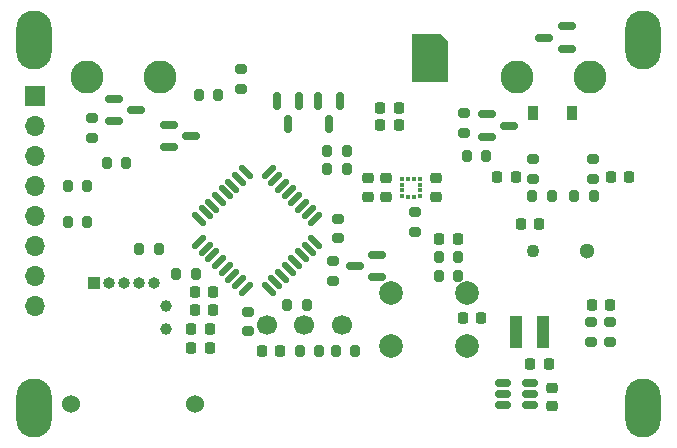
<source format=gbr>
%TF.GenerationSoftware,KiCad,Pcbnew,6.0.2-1.fc35*%
%TF.CreationDate,2022-05-31T23:37:55+02:00*%
%TF.ProjectId,LEDnode,4c45446e-6f64-4652-9e6b-696361645f70,rev?*%
%TF.SameCoordinates,Original*%
%TF.FileFunction,Soldermask,Bot*%
%TF.FilePolarity,Negative*%
%FSLAX46Y46*%
G04 Gerber Fmt 4.6, Leading zero omitted, Abs format (unit mm)*
G04 Created by KiCad (PCBNEW 6.0.2-1.fc35) date 2022-05-31 23:37:55*
%MOMM*%
%LPD*%
G01*
G04 APERTURE LIST*
G04 Aperture macros list*
%AMRoundRect*
0 Rectangle with rounded corners*
0 $1 Rounding radius*
0 $2 $3 $4 $5 $6 $7 $8 $9 X,Y pos of 4 corners*
0 Add a 4 corners polygon primitive as box body*
4,1,4,$2,$3,$4,$5,$6,$7,$8,$9,$2,$3,0*
0 Add four circle primitives for the rounded corners*
1,1,$1+$1,$2,$3*
1,1,$1+$1,$4,$5*
1,1,$1+$1,$6,$7*
1,1,$1+$1,$8,$9*
0 Add four rect primitives between the rounded corners*
20,1,$1+$1,$2,$3,$4,$5,0*
20,1,$1+$1,$4,$5,$6,$7,0*
20,1,$1+$1,$6,$7,$8,$9,0*
20,1,$1+$1,$8,$9,$2,$3,0*%
%AMOutline5P*
0 Free polygon, 5 corners , with rotation*
0 The origin of the aperture is its center*
0 number of corners: always 5*
0 $1 to $10 corner X, Y*
0 $11 Rotation angle, in degrees counterclockwise*
0 create outline with 5 corners*
4,1,5,$1,$2,$3,$4,$5,$6,$7,$8,$9,$10,$1,$2,$11*%
%AMOutline6P*
0 Free polygon, 6 corners , with rotation*
0 The origin of the aperture is its center*
0 number of corners: always 6*
0 $1 to $12 corner X, Y*
0 $13 Rotation angle, in degrees counterclockwise*
0 create outline with 6 corners*
4,1,6,$1,$2,$3,$4,$5,$6,$7,$8,$9,$10,$11,$12,$1,$2,$13*%
%AMOutline7P*
0 Free polygon, 7 corners , with rotation*
0 The origin of the aperture is its center*
0 number of corners: always 7*
0 $1 to $14 corner X, Y*
0 $15 Rotation angle, in degrees counterclockwise*
0 create outline with 7 corners*
4,1,7,$1,$2,$3,$4,$5,$6,$7,$8,$9,$10,$11,$12,$13,$14,$1,$2,$15*%
%AMOutline8P*
0 Free polygon, 8 corners , with rotation*
0 The origin of the aperture is its center*
0 number of corners: always 8*
0 $1 to $16 corner X, Y*
0 $17 Rotation angle, in degrees counterclockwise*
0 create outline with 8 corners*
4,1,8,$1,$2,$3,$4,$5,$6,$7,$8,$9,$10,$11,$12,$13,$14,$15,$16,$1,$2,$17*%
G04 Aperture macros list end*
%ADD10C,2.800000*%
%ADD11C,1.100000*%
%ADD12C,1.300000*%
%ADD13RoundRect,1.500000X0.000000X-1.000000X0.000000X-1.000000X0.000000X1.000000X0.000000X1.000000X0*%
%ADD14C,1.524000*%
%ADD15C,1.700000*%
%ADD16C,2.000000*%
%ADD17R,1.700000X1.700000*%
%ADD18O,1.700000X1.700000*%
%ADD19C,1.000000*%
%ADD20R,1.000000X1.000000*%
%ADD21O,1.000000X1.000000*%
%ADD22RoundRect,0.200000X0.275000X-0.200000X0.275000X0.200000X-0.275000X0.200000X-0.275000X-0.200000X0*%
%ADD23RoundRect,0.225000X0.225000X0.250000X-0.225000X0.250000X-0.225000X-0.250000X0.225000X-0.250000X0*%
%ADD24RoundRect,0.150000X0.587500X0.150000X-0.587500X0.150000X-0.587500X-0.150000X0.587500X-0.150000X0*%
%ADD25RoundRect,0.150000X-0.587500X-0.150000X0.587500X-0.150000X0.587500X0.150000X-0.587500X0.150000X0*%
%ADD26RoundRect,0.225000X-0.225000X-0.250000X0.225000X-0.250000X0.225000X0.250000X-0.225000X0.250000X0*%
%ADD27RoundRect,0.150000X-0.150000X0.587500X-0.150000X-0.587500X0.150000X-0.587500X0.150000X0.587500X0*%
%ADD28RoundRect,0.200000X0.200000X0.275000X-0.200000X0.275000X-0.200000X-0.275000X0.200000X-0.275000X0*%
%ADD29RoundRect,0.225000X0.250000X-0.225000X0.250000X0.225000X-0.250000X0.225000X-0.250000X-0.225000X0*%
%ADD30RoundRect,0.200000X-0.200000X-0.275000X0.200000X-0.275000X0.200000X0.275000X-0.200000X0.275000X0*%
%ADD31RoundRect,0.225000X-0.250000X0.225000X-0.250000X-0.225000X0.250000X-0.225000X0.250000X0.225000X0*%
%ADD32RoundRect,0.200000X-0.275000X0.200000X-0.275000X-0.200000X0.275000X-0.200000X0.275000X0.200000X0*%
%ADD33RoundRect,0.150000X0.512500X0.150000X-0.512500X0.150000X-0.512500X-0.150000X0.512500X-0.150000X0*%
%ADD34R,0.375000X0.350000*%
%ADD35R,0.350000X0.375000*%
%ADD36R,0.900000X1.200000*%
%ADD37Outline5P,-1.500000X2.000000X1.500000X2.000000X1.500000X-2.000000X-0.900000X-2.000000X-1.500000X-1.400000X180.000000*%
%ADD38R,1.000000X2.750000*%
%ADD39RoundRect,0.125000X-0.353553X-0.530330X0.530330X0.353553X0.353553X0.530330X-0.530330X-0.353553X0*%
%ADD40RoundRect,0.125000X0.353553X-0.530330X0.530330X-0.353553X-0.353553X0.530330X-0.530330X0.353553X0*%
G04 APERTURE END LIST*
D10*
%TO.C,J1*%
X82700000Y-74250000D03*
X88900000Y-74250000D03*
X119100000Y-74250000D03*
X125300000Y-74250000D03*
%TD*%
D11*
%TO.C,SW1*%
X120500000Y-89000000D03*
D12*
X125000000Y-89000000D03*
%TD*%
D13*
%TO.C,H4*%
X78200000Y-71200000D03*
%TD*%
D14*
%TO.C,C21*%
X81382500Y-102000000D03*
X91882500Y-102000000D03*
%TD*%
D13*
%TO.C,H3*%
X129800000Y-102300000D03*
%TD*%
D15*
%TO.C,SW2*%
X104300000Y-95300000D03*
X101100000Y-95300000D03*
X97900000Y-95300000D03*
%TD*%
D16*
%TO.C,SW3*%
X114900000Y-97100000D03*
X108400000Y-97100000D03*
X114900000Y-92600000D03*
X108400000Y-92600000D03*
%TD*%
D13*
%TO.C,H1*%
X129800000Y-71200000D03*
%TD*%
D17*
%TO.C,J4*%
X78300000Y-75900000D03*
D18*
X78300000Y-78440000D03*
X78300000Y-80980000D03*
X78300000Y-83520000D03*
X78300000Y-86060000D03*
X78300000Y-88600000D03*
X78300000Y-91140000D03*
X78300000Y-93680000D03*
%TD*%
D19*
%TO.C,Y1*%
X89350000Y-93700000D03*
X89350000Y-95600000D03*
%TD*%
D20*
%TO.C,J2*%
X83310000Y-91750000D03*
D21*
X84580000Y-91750000D03*
X85850000Y-91750000D03*
X87120000Y-91750000D03*
X88390000Y-91750000D03*
%TD*%
D13*
%TO.C,H2*%
X78200000Y-102300000D03*
%TD*%
D22*
%TO.C,R10*%
X125500000Y-82925000D03*
X125500000Y-81275000D03*
%TD*%
D23*
%TO.C,C7*%
X93375000Y-94000000D03*
X91825000Y-94000000D03*
%TD*%
%TO.C,C8*%
X93075000Y-97200000D03*
X91525000Y-97200000D03*
%TD*%
D24*
%TO.C,Q5*%
X123300000Y-70000000D03*
X123300000Y-71900000D03*
X121425000Y-70950000D03*
%TD*%
D23*
%TO.C,C6*%
X93375000Y-92500000D03*
X91825000Y-92500000D03*
%TD*%
D25*
%TO.C,Q1*%
X89662500Y-80250000D03*
X89662500Y-78350000D03*
X91537500Y-79300000D03*
%TD*%
D26*
%TO.C,C17*%
X127025000Y-82800000D03*
X128575000Y-82800000D03*
%TD*%
D27*
%TO.C,Q2*%
X98750000Y-76362500D03*
X100650000Y-76362500D03*
X99700000Y-78237500D03*
%TD*%
D28*
%TO.C,R18*%
X93825000Y-75800000D03*
X92175000Y-75800000D03*
%TD*%
D23*
%TO.C,C15*%
X120975000Y-86700000D03*
X119425000Y-86700000D03*
%TD*%
D29*
%TO.C,C3*%
X122100000Y-102175000D03*
X122100000Y-100625000D03*
%TD*%
D30*
%TO.C,R17*%
X81075000Y-83500000D03*
X82725000Y-83500000D03*
%TD*%
D31*
%TO.C,C14*%
X108025000Y-82875000D03*
X108025000Y-84425000D03*
%TD*%
D22*
%TO.C,R11*%
X120500000Y-82925000D03*
X120500000Y-81275000D03*
%TD*%
D26*
%TO.C,C19*%
X112525000Y-88000000D03*
X114075000Y-88000000D03*
%TD*%
D28*
%TO.C,R1*%
X122050000Y-84400000D03*
X120400000Y-84400000D03*
%TD*%
D22*
%TO.C,R15*%
X127000000Y-96725000D03*
X127000000Y-95075000D03*
%TD*%
D24*
%TO.C,Q4*%
X107237500Y-89350000D03*
X107237500Y-91250000D03*
X105362500Y-90300000D03*
%TD*%
D31*
%TO.C,C13*%
X106525000Y-82875000D03*
X106525000Y-84425000D03*
%TD*%
D26*
%TO.C,C16*%
X117450000Y-82800000D03*
X119000000Y-82800000D03*
%TD*%
D28*
%TO.C,R6*%
X114125000Y-91100000D03*
X112475000Y-91100000D03*
%TD*%
D23*
%TO.C,C1*%
X116100000Y-94700000D03*
X114550000Y-94700000D03*
%TD*%
D32*
%TO.C,R27*%
X83150000Y-77775000D03*
X83150000Y-79425000D03*
%TD*%
D33*
%TO.C,U4*%
X120175000Y-100200000D03*
X120175000Y-101150000D03*
X120175000Y-102100000D03*
X117900000Y-102100000D03*
X117900000Y-101150000D03*
X117900000Y-100200000D03*
%TD*%
D30*
%TO.C,R7*%
X123975000Y-84400000D03*
X125625000Y-84400000D03*
%TD*%
D28*
%TO.C,R21*%
X104675000Y-82050000D03*
X103025000Y-82050000D03*
%TD*%
D23*
%TO.C,C9*%
X93075000Y-95600000D03*
X91525000Y-95600000D03*
%TD*%
%TO.C,C11*%
X109087011Y-76875000D03*
X107537011Y-76875000D03*
%TD*%
D30*
%TO.C,R16*%
X81075000Y-86600000D03*
X82725000Y-86600000D03*
%TD*%
D32*
%TO.C,R25*%
X103950000Y-86275000D03*
X103950000Y-87925000D03*
%TD*%
D25*
%TO.C,Q6*%
X116525000Y-79350000D03*
X116525000Y-77450000D03*
X118400000Y-78400000D03*
%TD*%
D34*
%TO.C,U6*%
X110887500Y-82900000D03*
X110887500Y-83400000D03*
X110887500Y-83900000D03*
X110887500Y-84400000D03*
D35*
X110375000Y-84412500D03*
X109875000Y-84412500D03*
D34*
X109362500Y-84400000D03*
X109362500Y-83900000D03*
X109362500Y-83400000D03*
X109362500Y-82900000D03*
D35*
X109875000Y-82887500D03*
X110375000Y-82887500D03*
%TD*%
D23*
%TO.C,C20*%
X126975000Y-93600000D03*
X125425000Y-93600000D03*
%TD*%
D26*
%TO.C,C4*%
X120250000Y-98600000D03*
X121800000Y-98600000D03*
%TD*%
D23*
%TO.C,C18*%
X99075000Y-97500000D03*
X97525000Y-97500000D03*
%TD*%
D32*
%TO.C,R20*%
X110500000Y-85725000D03*
X110500000Y-87375000D03*
%TD*%
D28*
%TO.C,R5*%
X101325000Y-93600000D03*
X99675000Y-93600000D03*
%TD*%
D36*
%TO.C,D1*%
X123750000Y-77300000D03*
X120450000Y-77300000D03*
%TD*%
D25*
%TO.C,Q7*%
X85012500Y-78050000D03*
X85012500Y-76150000D03*
X86887500Y-77100000D03*
%TD*%
D28*
%TO.C,R22*%
X88775000Y-88850000D03*
X87125000Y-88850000D03*
%TD*%
D22*
%TO.C,R3*%
X96300000Y-95825000D03*
X96300000Y-94175000D03*
%TD*%
D23*
%TO.C,C10*%
X109087011Y-78375000D03*
X107537011Y-78375000D03*
%TD*%
D22*
%TO.C,R14*%
X125400000Y-96725000D03*
X125400000Y-95075000D03*
%TD*%
D27*
%TO.C,Q3*%
X102250000Y-76362500D03*
X104150000Y-76362500D03*
X103200000Y-78237500D03*
%TD*%
D29*
%TO.C,C12*%
X112225000Y-84425000D03*
X112225000Y-82875000D03*
%TD*%
D30*
%TO.C,R4*%
X90250000Y-91000000D03*
X91900000Y-91000000D03*
%TD*%
%TO.C,R19*%
X103025000Y-80550000D03*
X104675000Y-80550000D03*
%TD*%
D28*
%TO.C,R12*%
X114125000Y-89500000D03*
X112475000Y-89500000D03*
%TD*%
D22*
%TO.C,R13*%
X114600000Y-79025000D03*
X114600000Y-77375000D03*
%TD*%
D28*
%TO.C,R9*%
X105425000Y-97500000D03*
X103775000Y-97500000D03*
%TD*%
D32*
%TO.C,R23*%
X95750000Y-73625000D03*
X95750000Y-75275000D03*
%TD*%
D30*
%TO.C,R2*%
X100700000Y-97500000D03*
X102350000Y-97500000D03*
%TD*%
D37*
%TO.C,H5*%
X111700000Y-72650000D03*
%TD*%
D38*
%TO.C,L1*%
X119000000Y-95900000D03*
X121300000Y-95900000D03*
%TD*%
D28*
%TO.C,R26*%
X86025000Y-81600000D03*
X84375000Y-81600000D03*
%TD*%
D39*
%TO.C,U1*%
X96127728Y-92232070D03*
X95562043Y-91666384D03*
X94996357Y-91100699D03*
X94430672Y-90535014D03*
X93864986Y-89969328D03*
X93299301Y-89403643D03*
X92733616Y-88837957D03*
X92167930Y-88272272D03*
D40*
X92167930Y-86327728D03*
X92733616Y-85762043D03*
X93299301Y-85196357D03*
X93864986Y-84630672D03*
X94430672Y-84064986D03*
X94996357Y-83499301D03*
X95562043Y-82933616D03*
X96127728Y-82367930D03*
D39*
X98072272Y-82367930D03*
X98637957Y-82933616D03*
X99203643Y-83499301D03*
X99769328Y-84064986D03*
X100335014Y-84630672D03*
X100900699Y-85196357D03*
X101466384Y-85762043D03*
X102032070Y-86327728D03*
D40*
X102032070Y-88272272D03*
X101466384Y-88837957D03*
X100900699Y-89403643D03*
X100335014Y-89969328D03*
X99769328Y-90535014D03*
X99203643Y-91100699D03*
X98637957Y-91666384D03*
X98072272Y-92232070D03*
%TD*%
D32*
%TO.C,R24*%
X103500000Y-89875000D03*
X103500000Y-91525000D03*
%TD*%
D30*
%TO.C,R8*%
X114850000Y-81000000D03*
X116500000Y-81000000D03*
%TD*%
M02*

</source>
